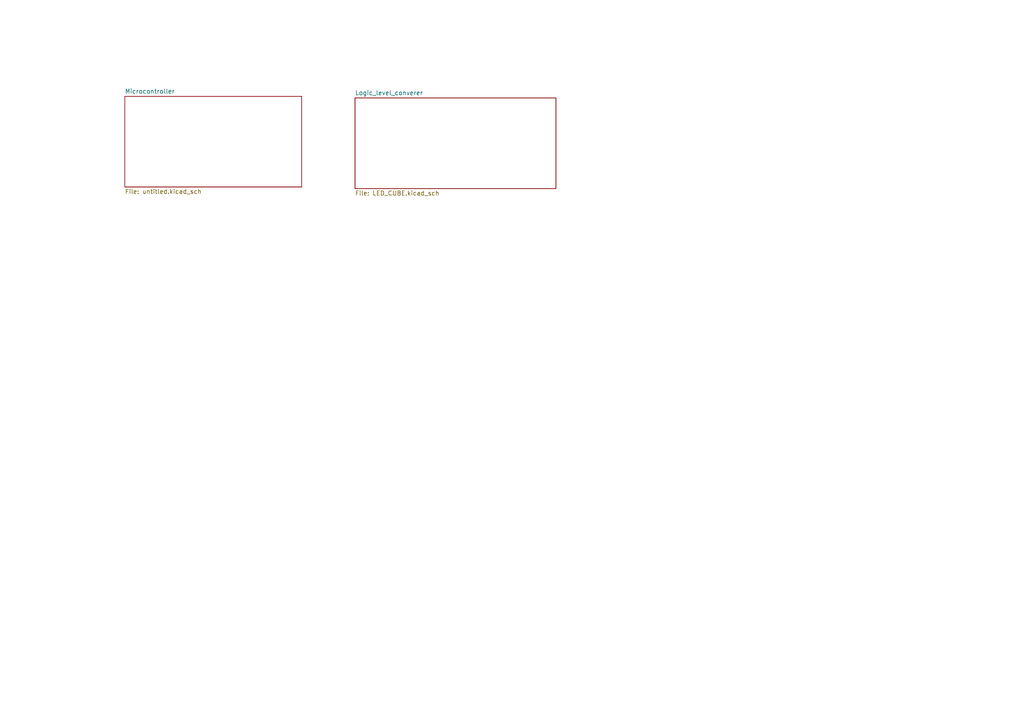
<source format=kicad_sch>
(kicad_sch (version 20230121) (generator eeschema)
  (paper "A4")
  (lib_symbols)
  (sheet (at 102.9716 28.3972) (size 58.2676 26.3144) (stroke (width 0.1524))
    (property "Sheetname" "Logic_level_converer" (at 102.9716 27.6856 0) (effects (justify left bottom)))
    (property "Sheetfile" "LED_CUBE.kicad_sch" (at 102.9716 55.2962 0) (effects (justify left top)))
  )
  (sheet (at 36.195 27.94) (size 51.308 26.289) (stroke (width 0.1524))
    (property "Sheetname" "Microcontroller" (at 36.195 27.2284 0) (effects (justify left bottom)))
    (property "Sheetfile" "untitled.kicad_sch" (at 36.195 54.8136 0) (effects (justify left top)))
  )
)
</source>
